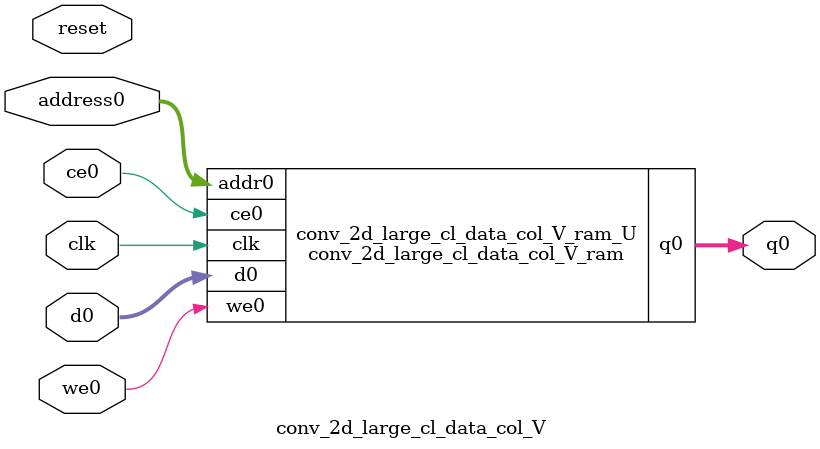
<source format=v>
`timescale 1 ns / 1 ps
module conv_2d_large_cl_data_col_V_ram (addr0, ce0, d0, we0, q0,  clk);

parameter DWIDTH = 13;
parameter AWIDTH = 5;
parameter MEM_SIZE = 32;

input[AWIDTH-1:0] addr0;
input ce0;
input[DWIDTH-1:0] d0;
input we0;
output reg[DWIDTH-1:0] q0;
input clk;

(* ram_style = "distributed" *)reg [DWIDTH-1:0] ram[0:MEM_SIZE-1];




always @(posedge clk)  
begin 
    if (ce0) 
    begin
        if (we0) 
        begin 
            ram[addr0] <= d0; 
        end 
        q0 <= ram[addr0];
    end
end


endmodule

`timescale 1 ns / 1 ps
module conv_2d_large_cl_data_col_V(
    reset,
    clk,
    address0,
    ce0,
    we0,
    d0,
    q0);

parameter DataWidth = 32'd13;
parameter AddressRange = 32'd32;
parameter AddressWidth = 32'd5;
input reset;
input clk;
input[AddressWidth - 1:0] address0;
input ce0;
input we0;
input[DataWidth - 1:0] d0;
output[DataWidth - 1:0] q0;



conv_2d_large_cl_data_col_V_ram conv_2d_large_cl_data_col_V_ram_U(
    .clk( clk ),
    .addr0( address0 ),
    .ce0( ce0 ),
    .we0( we0 ),
    .d0( d0 ),
    .q0( q0 ));

endmodule


</source>
